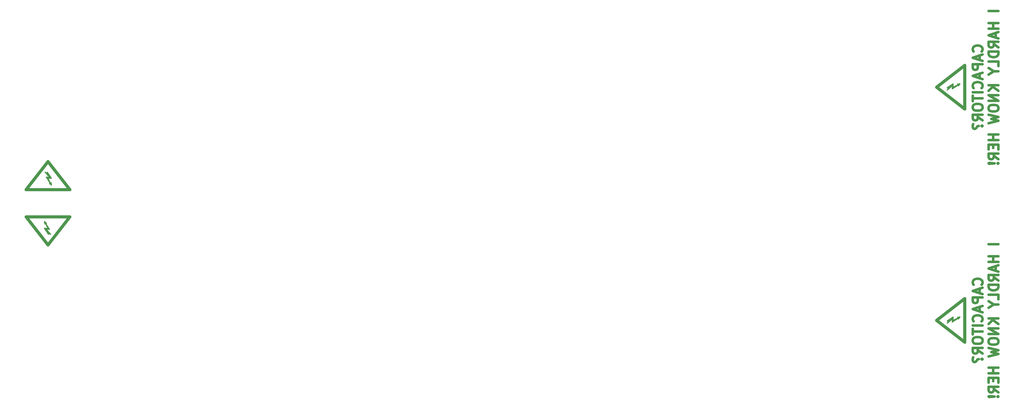
<source format=gbo>
G04 #@! TF.GenerationSoftware,KiCad,Pcbnew,7.0.7*
G04 #@! TF.CreationDate,2024-02-27T11:45:06-06:00*
G04 #@! TF.ProjectId,CapBankBreakout,43617042-616e-46b4-9272-65616b6f7574,rev?*
G04 #@! TF.SameCoordinates,Original*
G04 #@! TF.FileFunction,Legend,Bot*
G04 #@! TF.FilePolarity,Positive*
%FSLAX46Y46*%
G04 Gerber Fmt 4.6, Leading zero omitted, Abs format (unit mm)*
G04 Created by KiCad (PCBNEW 7.0.7) date 2024-02-27 11:45:06*
%MOMM*%
%LPD*%
G01*
G04 APERTURE LIST*
%ADD10C,1.000000*%
%ADD11C,0.100000*%
%ADD12C,1.270000*%
%ADD13C,0.381000*%
%ADD14R,18.288000X18.288000*%
%ADD15C,0.500000*%
%ADD16R,2.082800X2.082800*%
%ADD17C,2.082800*%
G04 APERTURE END LIST*
D10*
X515137523Y-230523810D02*
X515328000Y-230333334D01*
X515328000Y-230333334D02*
X515518476Y-229761905D01*
X515518476Y-229761905D02*
X515518476Y-229380953D01*
X515518476Y-229380953D02*
X515328000Y-228809524D01*
X515328000Y-228809524D02*
X514947047Y-228428572D01*
X514947047Y-228428572D02*
X514566095Y-228238095D01*
X514566095Y-228238095D02*
X513804190Y-228047619D01*
X513804190Y-228047619D02*
X513232761Y-228047619D01*
X513232761Y-228047619D02*
X512470857Y-228238095D01*
X512470857Y-228238095D02*
X512089904Y-228428572D01*
X512089904Y-228428572D02*
X511708952Y-228809524D01*
X511708952Y-228809524D02*
X511518476Y-229380953D01*
X511518476Y-229380953D02*
X511518476Y-229761905D01*
X511518476Y-229761905D02*
X511708952Y-230333334D01*
X511708952Y-230333334D02*
X511899428Y-230523810D01*
X514375619Y-232047619D02*
X514375619Y-233952381D01*
X515518476Y-231666667D02*
X511518476Y-233000000D01*
X511518476Y-233000000D02*
X515518476Y-234333334D01*
X515518476Y-235666666D02*
X511518476Y-235666666D01*
X511518476Y-235666666D02*
X511518476Y-237190476D01*
X511518476Y-237190476D02*
X511708952Y-237571428D01*
X511708952Y-237571428D02*
X511899428Y-237761905D01*
X511899428Y-237761905D02*
X512280380Y-237952381D01*
X512280380Y-237952381D02*
X512851809Y-237952381D01*
X512851809Y-237952381D02*
X513232761Y-237761905D01*
X513232761Y-237761905D02*
X513423238Y-237571428D01*
X513423238Y-237571428D02*
X513613714Y-237190476D01*
X513613714Y-237190476D02*
X513613714Y-235666666D01*
X514375619Y-239476190D02*
X514375619Y-241380952D01*
X515518476Y-239095238D02*
X511518476Y-240428571D01*
X511518476Y-240428571D02*
X515518476Y-241761905D01*
X515137523Y-245380952D02*
X515328000Y-245190476D01*
X515328000Y-245190476D02*
X515518476Y-244619047D01*
X515518476Y-244619047D02*
X515518476Y-244238095D01*
X515518476Y-244238095D02*
X515328000Y-243666666D01*
X515328000Y-243666666D02*
X514947047Y-243285714D01*
X514947047Y-243285714D02*
X514566095Y-243095237D01*
X514566095Y-243095237D02*
X513804190Y-242904761D01*
X513804190Y-242904761D02*
X513232761Y-242904761D01*
X513232761Y-242904761D02*
X512470857Y-243095237D01*
X512470857Y-243095237D02*
X512089904Y-243285714D01*
X512089904Y-243285714D02*
X511708952Y-243666666D01*
X511708952Y-243666666D02*
X511518476Y-244238095D01*
X511518476Y-244238095D02*
X511518476Y-244619047D01*
X511518476Y-244619047D02*
X511708952Y-245190476D01*
X511708952Y-245190476D02*
X511899428Y-245380952D01*
X515518476Y-247095237D02*
X511518476Y-247095237D01*
X511518476Y-248428571D02*
X511518476Y-250714285D01*
X515518476Y-249571428D02*
X511518476Y-249571428D01*
X511518476Y-252809523D02*
X511518476Y-253571428D01*
X511518476Y-253571428D02*
X511708952Y-253952380D01*
X511708952Y-253952380D02*
X512089904Y-254333333D01*
X512089904Y-254333333D02*
X512851809Y-254523809D01*
X512851809Y-254523809D02*
X514185142Y-254523809D01*
X514185142Y-254523809D02*
X514947047Y-254333333D01*
X514947047Y-254333333D02*
X515328000Y-253952380D01*
X515328000Y-253952380D02*
X515518476Y-253571428D01*
X515518476Y-253571428D02*
X515518476Y-252809523D01*
X515518476Y-252809523D02*
X515328000Y-252428571D01*
X515328000Y-252428571D02*
X514947047Y-252047618D01*
X514947047Y-252047618D02*
X514185142Y-251857142D01*
X514185142Y-251857142D02*
X512851809Y-251857142D01*
X512851809Y-251857142D02*
X512089904Y-252047618D01*
X512089904Y-252047618D02*
X511708952Y-252428571D01*
X511708952Y-252428571D02*
X511518476Y-252809523D01*
X515518476Y-258523809D02*
X513613714Y-257190475D01*
X515518476Y-256238094D02*
X511518476Y-256238094D01*
X511518476Y-256238094D02*
X511518476Y-257761904D01*
X511518476Y-257761904D02*
X511708952Y-258142856D01*
X511708952Y-258142856D02*
X511899428Y-258333333D01*
X511899428Y-258333333D02*
X512280380Y-258523809D01*
X512280380Y-258523809D02*
X512851809Y-258523809D01*
X512851809Y-258523809D02*
X513232761Y-258333333D01*
X513232761Y-258333333D02*
X513423238Y-258142856D01*
X513423238Y-258142856D02*
X513613714Y-257761904D01*
X513613714Y-257761904D02*
X513613714Y-256238094D01*
X515137523Y-260809523D02*
X515328000Y-260999999D01*
X515328000Y-260999999D02*
X515518476Y-260809523D01*
X515518476Y-260809523D02*
X515328000Y-260619047D01*
X515328000Y-260619047D02*
X515137523Y-260809523D01*
X515137523Y-260809523D02*
X515518476Y-260809523D01*
X511708952Y-260047618D02*
X511518476Y-260428571D01*
X511518476Y-260428571D02*
X511518476Y-261380952D01*
X511518476Y-261380952D02*
X511708952Y-261761904D01*
X511708952Y-261761904D02*
X512089904Y-261952380D01*
X512089904Y-261952380D02*
X512470857Y-261952380D01*
X512470857Y-261952380D02*
X512851809Y-261761904D01*
X512851809Y-261761904D02*
X513042285Y-261571428D01*
X513042285Y-261571428D02*
X513232761Y-261190475D01*
X513232761Y-261190475D02*
X513423238Y-260999999D01*
X513423238Y-260999999D02*
X513804190Y-260809523D01*
X513804190Y-260809523D02*
X513994666Y-260809523D01*
X521958476Y-213952381D02*
X517958476Y-213952381D01*
X521958476Y-218904762D02*
X517958476Y-218904762D01*
X519863238Y-218904762D02*
X519863238Y-221190477D01*
X521958476Y-221190477D02*
X517958476Y-221190477D01*
X520815619Y-222904762D02*
X520815619Y-224809524D01*
X521958476Y-222523810D02*
X517958476Y-223857143D01*
X517958476Y-223857143D02*
X521958476Y-225190477D01*
X521958476Y-228809524D02*
X520053714Y-227476190D01*
X521958476Y-226523809D02*
X517958476Y-226523809D01*
X517958476Y-226523809D02*
X517958476Y-228047619D01*
X517958476Y-228047619D02*
X518148952Y-228428571D01*
X518148952Y-228428571D02*
X518339428Y-228619048D01*
X518339428Y-228619048D02*
X518720380Y-228809524D01*
X518720380Y-228809524D02*
X519291809Y-228809524D01*
X519291809Y-228809524D02*
X519672761Y-228619048D01*
X519672761Y-228619048D02*
X519863238Y-228428571D01*
X519863238Y-228428571D02*
X520053714Y-228047619D01*
X520053714Y-228047619D02*
X520053714Y-226523809D01*
X521958476Y-230523809D02*
X517958476Y-230523809D01*
X517958476Y-230523809D02*
X517958476Y-231476190D01*
X517958476Y-231476190D02*
X518148952Y-232047619D01*
X518148952Y-232047619D02*
X518529904Y-232428571D01*
X518529904Y-232428571D02*
X518910857Y-232619048D01*
X518910857Y-232619048D02*
X519672761Y-232809524D01*
X519672761Y-232809524D02*
X520244190Y-232809524D01*
X520244190Y-232809524D02*
X521006095Y-232619048D01*
X521006095Y-232619048D02*
X521387047Y-232428571D01*
X521387047Y-232428571D02*
X521768000Y-232047619D01*
X521768000Y-232047619D02*
X521958476Y-231476190D01*
X521958476Y-231476190D02*
X521958476Y-230523809D01*
X521958476Y-236428571D02*
X521958476Y-234523809D01*
X521958476Y-234523809D02*
X517958476Y-234523809D01*
X520053714Y-238523809D02*
X521958476Y-238523809D01*
X517958476Y-237190476D02*
X520053714Y-238523809D01*
X520053714Y-238523809D02*
X517958476Y-239857143D01*
X521958476Y-244238094D02*
X517958476Y-244238094D01*
X521958476Y-246523809D02*
X519672761Y-244809523D01*
X517958476Y-246523809D02*
X520244190Y-244238094D01*
X521958476Y-248238094D02*
X517958476Y-248238094D01*
X517958476Y-248238094D02*
X521958476Y-250523809D01*
X521958476Y-250523809D02*
X517958476Y-250523809D01*
X517958476Y-253190475D02*
X517958476Y-253952380D01*
X517958476Y-253952380D02*
X518148952Y-254333332D01*
X518148952Y-254333332D02*
X518529904Y-254714285D01*
X518529904Y-254714285D02*
X519291809Y-254904761D01*
X519291809Y-254904761D02*
X520625142Y-254904761D01*
X520625142Y-254904761D02*
X521387047Y-254714285D01*
X521387047Y-254714285D02*
X521768000Y-254333332D01*
X521768000Y-254333332D02*
X521958476Y-253952380D01*
X521958476Y-253952380D02*
X521958476Y-253190475D01*
X521958476Y-253190475D02*
X521768000Y-252809523D01*
X521768000Y-252809523D02*
X521387047Y-252428570D01*
X521387047Y-252428570D02*
X520625142Y-252238094D01*
X520625142Y-252238094D02*
X519291809Y-252238094D01*
X519291809Y-252238094D02*
X518529904Y-252428570D01*
X518529904Y-252428570D02*
X518148952Y-252809523D01*
X518148952Y-252809523D02*
X517958476Y-253190475D01*
X517958476Y-256238094D02*
X521958476Y-257190475D01*
X521958476Y-257190475D02*
X519101333Y-257952380D01*
X519101333Y-257952380D02*
X521958476Y-258714285D01*
X521958476Y-258714285D02*
X517958476Y-259666666D01*
X521958476Y-264238094D02*
X517958476Y-264238094D01*
X519863238Y-264238094D02*
X519863238Y-266523809D01*
X521958476Y-266523809D02*
X517958476Y-266523809D01*
X519863238Y-268428570D02*
X519863238Y-269761904D01*
X521958476Y-270333332D02*
X521958476Y-268428570D01*
X521958476Y-268428570D02*
X517958476Y-268428570D01*
X517958476Y-268428570D02*
X517958476Y-270333332D01*
X521958476Y-274333333D02*
X520053714Y-272999999D01*
X521958476Y-272047618D02*
X517958476Y-272047618D01*
X517958476Y-272047618D02*
X517958476Y-273571428D01*
X517958476Y-273571428D02*
X518148952Y-273952380D01*
X518148952Y-273952380D02*
X518339428Y-274142857D01*
X518339428Y-274142857D02*
X518720380Y-274333333D01*
X518720380Y-274333333D02*
X519291809Y-274333333D01*
X519291809Y-274333333D02*
X519672761Y-274142857D01*
X519672761Y-274142857D02*
X519863238Y-273952380D01*
X519863238Y-273952380D02*
X520053714Y-273571428D01*
X520053714Y-273571428D02*
X520053714Y-272047618D01*
X521577523Y-276047618D02*
X521768000Y-276238095D01*
X521768000Y-276238095D02*
X521958476Y-276047618D01*
X521958476Y-276047618D02*
X521768000Y-275857142D01*
X521768000Y-275857142D02*
X521577523Y-276047618D01*
X521577523Y-276047618D02*
X521958476Y-276047618D01*
X520434666Y-276047618D02*
X518148952Y-275857142D01*
X518148952Y-275857142D02*
X517958476Y-276047618D01*
X517958476Y-276047618D02*
X518148952Y-276238095D01*
X518148952Y-276238095D02*
X520434666Y-276047618D01*
X520434666Y-276047618D02*
X517958476Y-276047618D01*
X515137523Y-135523810D02*
X515328000Y-135333334D01*
X515328000Y-135333334D02*
X515518476Y-134761905D01*
X515518476Y-134761905D02*
X515518476Y-134380953D01*
X515518476Y-134380953D02*
X515328000Y-133809524D01*
X515328000Y-133809524D02*
X514947047Y-133428572D01*
X514947047Y-133428572D02*
X514566095Y-133238095D01*
X514566095Y-133238095D02*
X513804190Y-133047619D01*
X513804190Y-133047619D02*
X513232761Y-133047619D01*
X513232761Y-133047619D02*
X512470857Y-133238095D01*
X512470857Y-133238095D02*
X512089904Y-133428572D01*
X512089904Y-133428572D02*
X511708952Y-133809524D01*
X511708952Y-133809524D02*
X511518476Y-134380953D01*
X511518476Y-134380953D02*
X511518476Y-134761905D01*
X511518476Y-134761905D02*
X511708952Y-135333334D01*
X511708952Y-135333334D02*
X511899428Y-135523810D01*
X514375619Y-137047619D02*
X514375619Y-138952381D01*
X515518476Y-136666667D02*
X511518476Y-138000000D01*
X511518476Y-138000000D02*
X515518476Y-139333334D01*
X515518476Y-140666666D02*
X511518476Y-140666666D01*
X511518476Y-140666666D02*
X511518476Y-142190476D01*
X511518476Y-142190476D02*
X511708952Y-142571428D01*
X511708952Y-142571428D02*
X511899428Y-142761905D01*
X511899428Y-142761905D02*
X512280380Y-142952381D01*
X512280380Y-142952381D02*
X512851809Y-142952381D01*
X512851809Y-142952381D02*
X513232761Y-142761905D01*
X513232761Y-142761905D02*
X513423238Y-142571428D01*
X513423238Y-142571428D02*
X513613714Y-142190476D01*
X513613714Y-142190476D02*
X513613714Y-140666666D01*
X514375619Y-144476190D02*
X514375619Y-146380952D01*
X515518476Y-144095238D02*
X511518476Y-145428571D01*
X511518476Y-145428571D02*
X515518476Y-146761905D01*
X515137523Y-150380952D02*
X515328000Y-150190476D01*
X515328000Y-150190476D02*
X515518476Y-149619047D01*
X515518476Y-149619047D02*
X515518476Y-149238095D01*
X515518476Y-149238095D02*
X515328000Y-148666666D01*
X515328000Y-148666666D02*
X514947047Y-148285714D01*
X514947047Y-148285714D02*
X514566095Y-148095237D01*
X514566095Y-148095237D02*
X513804190Y-147904761D01*
X513804190Y-147904761D02*
X513232761Y-147904761D01*
X513232761Y-147904761D02*
X512470857Y-148095237D01*
X512470857Y-148095237D02*
X512089904Y-148285714D01*
X512089904Y-148285714D02*
X511708952Y-148666666D01*
X511708952Y-148666666D02*
X511518476Y-149238095D01*
X511518476Y-149238095D02*
X511518476Y-149619047D01*
X511518476Y-149619047D02*
X511708952Y-150190476D01*
X511708952Y-150190476D02*
X511899428Y-150380952D01*
X515518476Y-152095237D02*
X511518476Y-152095237D01*
X511518476Y-153428571D02*
X511518476Y-155714285D01*
X515518476Y-154571428D02*
X511518476Y-154571428D01*
X511518476Y-157809523D02*
X511518476Y-158571428D01*
X511518476Y-158571428D02*
X511708952Y-158952380D01*
X511708952Y-158952380D02*
X512089904Y-159333333D01*
X512089904Y-159333333D02*
X512851809Y-159523809D01*
X512851809Y-159523809D02*
X514185142Y-159523809D01*
X514185142Y-159523809D02*
X514947047Y-159333333D01*
X514947047Y-159333333D02*
X515328000Y-158952380D01*
X515328000Y-158952380D02*
X515518476Y-158571428D01*
X515518476Y-158571428D02*
X515518476Y-157809523D01*
X515518476Y-157809523D02*
X515328000Y-157428571D01*
X515328000Y-157428571D02*
X514947047Y-157047618D01*
X514947047Y-157047618D02*
X514185142Y-156857142D01*
X514185142Y-156857142D02*
X512851809Y-156857142D01*
X512851809Y-156857142D02*
X512089904Y-157047618D01*
X512089904Y-157047618D02*
X511708952Y-157428571D01*
X511708952Y-157428571D02*
X511518476Y-157809523D01*
X515518476Y-163523809D02*
X513613714Y-162190475D01*
X515518476Y-161238094D02*
X511518476Y-161238094D01*
X511518476Y-161238094D02*
X511518476Y-162761904D01*
X511518476Y-162761904D02*
X511708952Y-163142856D01*
X511708952Y-163142856D02*
X511899428Y-163333333D01*
X511899428Y-163333333D02*
X512280380Y-163523809D01*
X512280380Y-163523809D02*
X512851809Y-163523809D01*
X512851809Y-163523809D02*
X513232761Y-163333333D01*
X513232761Y-163333333D02*
X513423238Y-163142856D01*
X513423238Y-163142856D02*
X513613714Y-162761904D01*
X513613714Y-162761904D02*
X513613714Y-161238094D01*
X515137523Y-165809523D02*
X515328000Y-165999999D01*
X515328000Y-165999999D02*
X515518476Y-165809523D01*
X515518476Y-165809523D02*
X515328000Y-165619047D01*
X515328000Y-165619047D02*
X515137523Y-165809523D01*
X515137523Y-165809523D02*
X515518476Y-165809523D01*
X511708952Y-165047618D02*
X511518476Y-165428571D01*
X511518476Y-165428571D02*
X511518476Y-166380952D01*
X511518476Y-166380952D02*
X511708952Y-166761904D01*
X511708952Y-166761904D02*
X512089904Y-166952380D01*
X512089904Y-166952380D02*
X512470857Y-166952380D01*
X512470857Y-166952380D02*
X512851809Y-166761904D01*
X512851809Y-166761904D02*
X513042285Y-166571428D01*
X513042285Y-166571428D02*
X513232761Y-166190475D01*
X513232761Y-166190475D02*
X513423238Y-165999999D01*
X513423238Y-165999999D02*
X513804190Y-165809523D01*
X513804190Y-165809523D02*
X513994666Y-165809523D01*
X521958476Y-118952381D02*
X517958476Y-118952381D01*
X521958476Y-123904762D02*
X517958476Y-123904762D01*
X519863238Y-123904762D02*
X519863238Y-126190477D01*
X521958476Y-126190477D02*
X517958476Y-126190477D01*
X520815619Y-127904762D02*
X520815619Y-129809524D01*
X521958476Y-127523810D02*
X517958476Y-128857143D01*
X517958476Y-128857143D02*
X521958476Y-130190477D01*
X521958476Y-133809524D02*
X520053714Y-132476190D01*
X521958476Y-131523809D02*
X517958476Y-131523809D01*
X517958476Y-131523809D02*
X517958476Y-133047619D01*
X517958476Y-133047619D02*
X518148952Y-133428571D01*
X518148952Y-133428571D02*
X518339428Y-133619048D01*
X518339428Y-133619048D02*
X518720380Y-133809524D01*
X518720380Y-133809524D02*
X519291809Y-133809524D01*
X519291809Y-133809524D02*
X519672761Y-133619048D01*
X519672761Y-133619048D02*
X519863238Y-133428571D01*
X519863238Y-133428571D02*
X520053714Y-133047619D01*
X520053714Y-133047619D02*
X520053714Y-131523809D01*
X521958476Y-135523809D02*
X517958476Y-135523809D01*
X517958476Y-135523809D02*
X517958476Y-136476190D01*
X517958476Y-136476190D02*
X518148952Y-137047619D01*
X518148952Y-137047619D02*
X518529904Y-137428571D01*
X518529904Y-137428571D02*
X518910857Y-137619048D01*
X518910857Y-137619048D02*
X519672761Y-137809524D01*
X519672761Y-137809524D02*
X520244190Y-137809524D01*
X520244190Y-137809524D02*
X521006095Y-137619048D01*
X521006095Y-137619048D02*
X521387047Y-137428571D01*
X521387047Y-137428571D02*
X521768000Y-137047619D01*
X521768000Y-137047619D02*
X521958476Y-136476190D01*
X521958476Y-136476190D02*
X521958476Y-135523809D01*
X521958476Y-141428571D02*
X521958476Y-139523809D01*
X521958476Y-139523809D02*
X517958476Y-139523809D01*
X520053714Y-143523809D02*
X521958476Y-143523809D01*
X517958476Y-142190476D02*
X520053714Y-143523809D01*
X520053714Y-143523809D02*
X517958476Y-144857143D01*
X521958476Y-149238094D02*
X517958476Y-149238094D01*
X521958476Y-151523809D02*
X519672761Y-149809523D01*
X517958476Y-151523809D02*
X520244190Y-149238094D01*
X521958476Y-153238094D02*
X517958476Y-153238094D01*
X517958476Y-153238094D02*
X521958476Y-155523809D01*
X521958476Y-155523809D02*
X517958476Y-155523809D01*
X517958476Y-158190475D02*
X517958476Y-158952380D01*
X517958476Y-158952380D02*
X518148952Y-159333332D01*
X518148952Y-159333332D02*
X518529904Y-159714285D01*
X518529904Y-159714285D02*
X519291809Y-159904761D01*
X519291809Y-159904761D02*
X520625142Y-159904761D01*
X520625142Y-159904761D02*
X521387047Y-159714285D01*
X521387047Y-159714285D02*
X521768000Y-159333332D01*
X521768000Y-159333332D02*
X521958476Y-158952380D01*
X521958476Y-158952380D02*
X521958476Y-158190475D01*
X521958476Y-158190475D02*
X521768000Y-157809523D01*
X521768000Y-157809523D02*
X521387047Y-157428570D01*
X521387047Y-157428570D02*
X520625142Y-157238094D01*
X520625142Y-157238094D02*
X519291809Y-157238094D01*
X519291809Y-157238094D02*
X518529904Y-157428570D01*
X518529904Y-157428570D02*
X518148952Y-157809523D01*
X518148952Y-157809523D02*
X517958476Y-158190475D01*
X517958476Y-161238094D02*
X521958476Y-162190475D01*
X521958476Y-162190475D02*
X519101333Y-162952380D01*
X519101333Y-162952380D02*
X521958476Y-163714285D01*
X521958476Y-163714285D02*
X517958476Y-164666666D01*
X521958476Y-169238094D02*
X517958476Y-169238094D01*
X519863238Y-169238094D02*
X519863238Y-171523809D01*
X521958476Y-171523809D02*
X517958476Y-171523809D01*
X519863238Y-173428570D02*
X519863238Y-174761904D01*
X521958476Y-175333332D02*
X521958476Y-173428570D01*
X521958476Y-173428570D02*
X517958476Y-173428570D01*
X517958476Y-173428570D02*
X517958476Y-175333332D01*
X521958476Y-179333333D02*
X520053714Y-177999999D01*
X521958476Y-177047618D02*
X517958476Y-177047618D01*
X517958476Y-177047618D02*
X517958476Y-178571428D01*
X517958476Y-178571428D02*
X518148952Y-178952380D01*
X518148952Y-178952380D02*
X518339428Y-179142857D01*
X518339428Y-179142857D02*
X518720380Y-179333333D01*
X518720380Y-179333333D02*
X519291809Y-179333333D01*
X519291809Y-179333333D02*
X519672761Y-179142857D01*
X519672761Y-179142857D02*
X519863238Y-178952380D01*
X519863238Y-178952380D02*
X520053714Y-178571428D01*
X520053714Y-178571428D02*
X520053714Y-177047618D01*
X521577523Y-181047618D02*
X521768000Y-181238095D01*
X521768000Y-181238095D02*
X521958476Y-181047618D01*
X521958476Y-181047618D02*
X521768000Y-180857142D01*
X521768000Y-180857142D02*
X521577523Y-181047618D01*
X521577523Y-181047618D02*
X521958476Y-181047618D01*
X520434666Y-181047618D02*
X518148952Y-180857142D01*
X518148952Y-180857142D02*
X517958476Y-181047618D01*
X517958476Y-181047618D02*
X518148952Y-181238095D01*
X518148952Y-181238095D02*
X520434666Y-181047618D01*
X520434666Y-181047618D02*
X517958476Y-181047618D01*
D11*
X134166666Y-202327580D02*
X133833333Y-202803771D01*
X133595238Y-202327580D02*
X133595238Y-203327580D01*
X133595238Y-203327580D02*
X133976190Y-203327580D01*
X133976190Y-203327580D02*
X134071428Y-203279961D01*
X134071428Y-203279961D02*
X134119047Y-203232342D01*
X134119047Y-203232342D02*
X134166666Y-203137104D01*
X134166666Y-203137104D02*
X134166666Y-202994247D01*
X134166666Y-202994247D02*
X134119047Y-202899009D01*
X134119047Y-202899009D02*
X134071428Y-202851390D01*
X134071428Y-202851390D02*
X133976190Y-202803771D01*
X133976190Y-202803771D02*
X133595238Y-202803771D01*
X134595238Y-202851390D02*
X134928571Y-202851390D01*
X135071428Y-202327580D02*
X134595238Y-202327580D01*
X134595238Y-202327580D02*
X134595238Y-203327580D01*
X134595238Y-203327580D02*
X135071428Y-203327580D01*
X135833333Y-202851390D02*
X135500000Y-202851390D01*
X135500000Y-202327580D02*
X135500000Y-203327580D01*
X135500000Y-203327580D02*
X135976190Y-203327580D01*
X136500000Y-203327580D02*
X136500000Y-203089485D01*
X136261905Y-203184723D02*
X136500000Y-203089485D01*
X136500000Y-203089485D02*
X136738095Y-203184723D01*
X136357143Y-202899009D02*
X136500000Y-203089485D01*
X136500000Y-203089485D02*
X136642857Y-202899009D01*
X137261905Y-203327580D02*
X137261905Y-203089485D01*
X137023810Y-203184723D02*
X137261905Y-203089485D01*
X137261905Y-203089485D02*
X137500000Y-203184723D01*
X137119048Y-202899009D02*
X137261905Y-203089485D01*
X137261905Y-203089485D02*
X137404762Y-202899009D01*
X508672419Y-148666666D02*
X508196228Y-148333333D01*
X508672419Y-148095238D02*
X507672419Y-148095238D01*
X507672419Y-148095238D02*
X507672419Y-148476190D01*
X507672419Y-148476190D02*
X507720038Y-148571428D01*
X507720038Y-148571428D02*
X507767657Y-148619047D01*
X507767657Y-148619047D02*
X507862895Y-148666666D01*
X507862895Y-148666666D02*
X508005752Y-148666666D01*
X508005752Y-148666666D02*
X508100990Y-148619047D01*
X508100990Y-148619047D02*
X508148609Y-148571428D01*
X508148609Y-148571428D02*
X508196228Y-148476190D01*
X508196228Y-148476190D02*
X508196228Y-148095238D01*
X508148609Y-149095238D02*
X508148609Y-149428571D01*
X508672419Y-149571428D02*
X508672419Y-149095238D01*
X508672419Y-149095238D02*
X507672419Y-149095238D01*
X507672419Y-149095238D02*
X507672419Y-149571428D01*
X508148609Y-150333333D02*
X508148609Y-150000000D01*
X508672419Y-150000000D02*
X507672419Y-150000000D01*
X507672419Y-150000000D02*
X507672419Y-150476190D01*
X507672419Y-151000000D02*
X507910514Y-151000000D01*
X507815276Y-150761905D02*
X507910514Y-151000000D01*
X507910514Y-151000000D02*
X507815276Y-151238095D01*
X508100990Y-150857143D02*
X507910514Y-151000000D01*
X507910514Y-151000000D02*
X508100990Y-151142857D01*
X507672419Y-151761905D02*
X507910514Y-151761905D01*
X507815276Y-151523810D02*
X507910514Y-151761905D01*
X507910514Y-151761905D02*
X507815276Y-152000000D01*
X508100990Y-151619048D02*
X507910514Y-151761905D01*
X507910514Y-151761905D02*
X508100990Y-151904762D01*
X136833333Y-192172419D02*
X137166666Y-191696228D01*
X137404761Y-192172419D02*
X137404761Y-191172419D01*
X137404761Y-191172419D02*
X137023809Y-191172419D01*
X137023809Y-191172419D02*
X136928571Y-191220038D01*
X136928571Y-191220038D02*
X136880952Y-191267657D01*
X136880952Y-191267657D02*
X136833333Y-191362895D01*
X136833333Y-191362895D02*
X136833333Y-191505752D01*
X136833333Y-191505752D02*
X136880952Y-191600990D01*
X136880952Y-191600990D02*
X136928571Y-191648609D01*
X136928571Y-191648609D02*
X137023809Y-191696228D01*
X137023809Y-191696228D02*
X137404761Y-191696228D01*
X136404761Y-191648609D02*
X136071428Y-191648609D01*
X135928571Y-192172419D02*
X136404761Y-192172419D01*
X136404761Y-192172419D02*
X136404761Y-191172419D01*
X136404761Y-191172419D02*
X135928571Y-191172419D01*
X135166666Y-191648609D02*
X135499999Y-191648609D01*
X135499999Y-192172419D02*
X135499999Y-191172419D01*
X135499999Y-191172419D02*
X135023809Y-191172419D01*
X134499999Y-191172419D02*
X134499999Y-191410514D01*
X134738094Y-191315276D02*
X134499999Y-191410514D01*
X134499999Y-191410514D02*
X134261904Y-191315276D01*
X134642856Y-191600990D02*
X134499999Y-191410514D01*
X134499999Y-191410514D02*
X134357142Y-191600990D01*
X133738094Y-191172419D02*
X133738094Y-191410514D01*
X133976189Y-191315276D02*
X133738094Y-191410514D01*
X133738094Y-191410514D02*
X133499999Y-191315276D01*
X133880951Y-191600990D02*
X133738094Y-191410514D01*
X133738094Y-191410514D02*
X133595237Y-191600990D01*
X508672419Y-243666666D02*
X508196228Y-243333333D01*
X508672419Y-243095238D02*
X507672419Y-243095238D01*
X507672419Y-243095238D02*
X507672419Y-243476190D01*
X507672419Y-243476190D02*
X507720038Y-243571428D01*
X507720038Y-243571428D02*
X507767657Y-243619047D01*
X507767657Y-243619047D02*
X507862895Y-243666666D01*
X507862895Y-243666666D02*
X508005752Y-243666666D01*
X508005752Y-243666666D02*
X508100990Y-243619047D01*
X508100990Y-243619047D02*
X508148609Y-243571428D01*
X508148609Y-243571428D02*
X508196228Y-243476190D01*
X508196228Y-243476190D02*
X508196228Y-243095238D01*
X508148609Y-244095238D02*
X508148609Y-244428571D01*
X508672419Y-244571428D02*
X508672419Y-244095238D01*
X508672419Y-244095238D02*
X507672419Y-244095238D01*
X507672419Y-244095238D02*
X507672419Y-244571428D01*
X508148609Y-245333333D02*
X508148609Y-245000000D01*
X508672419Y-245000000D02*
X507672419Y-245000000D01*
X507672419Y-245000000D02*
X507672419Y-245476190D01*
X507672419Y-246000000D02*
X507910514Y-246000000D01*
X507815276Y-245761905D02*
X507910514Y-246000000D01*
X507910514Y-246000000D02*
X507815276Y-246238095D01*
X508100990Y-245857143D02*
X507910514Y-246000000D01*
X507910514Y-246000000D02*
X508100990Y-246142857D01*
X507672419Y-246761905D02*
X507910514Y-246761905D01*
X507815276Y-246523810D02*
X507910514Y-246761905D01*
X507910514Y-246761905D02*
X507815276Y-247000000D01*
X508100990Y-246619048D02*
X507910514Y-246761905D01*
X507910514Y-246761905D02*
X508100990Y-246904762D01*
D12*
X126610000Y-202785000D02*
X135500000Y-214215000D01*
D13*
X134103000Y-204690000D02*
X134865000Y-205325000D01*
X134103000Y-207484000D02*
X135500000Y-207484000D01*
X134230000Y-205706000D02*
X134103000Y-204690000D01*
X134357000Y-205071000D02*
X136135000Y-207865000D01*
X134357000Y-205198000D02*
X134230000Y-205706000D01*
X134484000Y-207611000D02*
X135754000Y-207611000D01*
X134865000Y-205325000D02*
X134357000Y-205071000D01*
X134865000Y-207865000D02*
X136643000Y-209897000D01*
X135500000Y-207484000D02*
X134357000Y-205198000D01*
D12*
X135500000Y-214215000D02*
X144390000Y-202785000D01*
D13*
X135627000Y-209770000D02*
X134103000Y-207484000D01*
X135881000Y-209389000D02*
X135754000Y-209897000D01*
X135881000Y-209516000D02*
X134484000Y-207611000D01*
X136135000Y-207865000D02*
X134865000Y-207865000D01*
X136643000Y-209897000D02*
X135881000Y-209389000D01*
D12*
X144390000Y-202785000D02*
X126610000Y-202785000D01*
X508215000Y-141110000D02*
X496785000Y-150000000D01*
D13*
X506310000Y-148603000D02*
X505675000Y-149365000D01*
X503516000Y-148603000D02*
X503516000Y-150000000D01*
X505294000Y-148730000D02*
X506310000Y-148603000D01*
X505929000Y-148857000D02*
X503135000Y-150635000D01*
X505802000Y-148857000D02*
X505294000Y-148730000D01*
X503389000Y-148984000D02*
X503389000Y-150254000D01*
X505675000Y-149365000D02*
X505929000Y-148857000D01*
X503135000Y-149365000D02*
X501103000Y-151143000D01*
X503516000Y-150000000D02*
X505802000Y-148857000D01*
D12*
X496785000Y-150000000D02*
X508215000Y-158890000D01*
D13*
X501230000Y-150127000D02*
X503516000Y-148603000D01*
X501611000Y-150381000D02*
X501103000Y-150254000D01*
X501484000Y-150381000D02*
X503389000Y-148984000D01*
X503135000Y-150635000D02*
X503135000Y-149365000D01*
X501103000Y-151143000D02*
X501611000Y-150381000D01*
D12*
X508215000Y-158890000D02*
X508215000Y-141110000D01*
X144390000Y-191715000D02*
X135500000Y-180285000D01*
D13*
X136897000Y-189810000D02*
X136135000Y-189175000D01*
X136897000Y-187016000D02*
X135500000Y-187016000D01*
X136770000Y-188794000D02*
X136897000Y-189810000D01*
X136643000Y-189429000D02*
X134865000Y-186635000D01*
X136643000Y-189302000D02*
X136770000Y-188794000D01*
X136516000Y-186889000D02*
X135246000Y-186889000D01*
X136135000Y-189175000D02*
X136643000Y-189429000D01*
X136135000Y-186635000D02*
X134357000Y-184603000D01*
X135500000Y-187016000D02*
X136643000Y-189302000D01*
D12*
X135500000Y-180285000D02*
X126610000Y-191715000D01*
D13*
X135373000Y-184730000D02*
X136897000Y-187016000D01*
X135119000Y-185111000D02*
X135246000Y-184603000D01*
X135119000Y-184984000D02*
X136516000Y-186889000D01*
X134865000Y-186635000D02*
X136135000Y-186635000D01*
X134357000Y-184603000D02*
X135119000Y-185111000D01*
D12*
X126610000Y-191715000D02*
X144390000Y-191715000D01*
X508215000Y-236110000D02*
X496785000Y-245000000D01*
D13*
X506310000Y-243603000D02*
X505675000Y-244365000D01*
X503516000Y-243603000D02*
X503516000Y-245000000D01*
X505294000Y-243730000D02*
X506310000Y-243603000D01*
X505929000Y-243857000D02*
X503135000Y-245635000D01*
X505802000Y-243857000D02*
X505294000Y-243730000D01*
X503389000Y-243984000D02*
X503389000Y-245254000D01*
X505675000Y-244365000D02*
X505929000Y-243857000D01*
X503135000Y-244365000D02*
X501103000Y-246143000D01*
X503516000Y-245000000D02*
X505802000Y-243857000D01*
D12*
X496785000Y-245000000D02*
X508215000Y-253890000D01*
D13*
X501230000Y-245127000D02*
X503516000Y-243603000D01*
X501611000Y-245381000D02*
X501103000Y-245254000D01*
X501484000Y-245381000D02*
X503389000Y-243984000D01*
X503135000Y-245635000D02*
X503135000Y-244365000D01*
X501103000Y-246143000D02*
X501611000Y-245381000D01*
D12*
X508215000Y-253890000D02*
X508215000Y-236110000D01*
%LPC*%
D14*
X135585000Y-168965000D03*
D15*
X341250000Y-195000000D03*
X341250000Y-200000000D03*
X342000000Y-195000000D03*
X342000000Y-195000000D03*
X342000000Y-200000000D03*
X342000000Y-200000000D03*
X342750000Y-195000000D03*
X342750000Y-200000000D03*
X343500000Y-195000000D03*
X343500000Y-200000000D03*
X344250000Y-195000000D03*
X344250000Y-200000000D03*
X345000000Y-195000000D03*
X345000000Y-200000000D03*
X345750000Y-195000000D03*
X345750000Y-200000000D03*
X346500000Y-195000000D03*
X346500000Y-200000000D03*
X347250000Y-195000000D03*
X347250000Y-200000000D03*
X348000000Y-195000000D03*
X348000000Y-200000000D03*
X348750000Y-195000000D03*
X348750000Y-200000000D03*
D16*
X216994998Y-180175709D03*
D17*
X216994998Y-157675709D03*
X226737784Y-174550709D03*
X207252212Y-174550709D03*
D16*
X414927000Y-275457559D03*
D17*
X414927000Y-252957559D03*
X424669786Y-269832559D03*
X405184214Y-269832559D03*
D16*
X282927000Y-275457559D03*
D17*
X282927000Y-252957559D03*
X292669786Y-269832559D03*
X273184214Y-269832559D03*
D16*
X349130000Y-214649968D03*
D17*
X349130000Y-237149968D03*
X339387214Y-220274968D03*
X358872786Y-220274968D03*
D16*
X282994998Y-119495409D03*
D17*
X282994998Y-141995409D03*
X273252212Y-125120409D03*
X292737784Y-125120409D03*
D15*
X146250000Y-200000000D03*
X146250000Y-195000000D03*
X145500000Y-200000000D03*
X145500000Y-200000000D03*
X145500000Y-195000000D03*
X145500000Y-195000000D03*
X144750000Y-200000000D03*
X144750000Y-195000000D03*
X144000000Y-200000000D03*
X144000000Y-195000000D03*
X143250000Y-200000000D03*
X143250000Y-195000000D03*
X142500000Y-200000000D03*
X142500000Y-195000000D03*
X141750000Y-200000000D03*
X141750000Y-195000000D03*
X141000000Y-200000000D03*
X141000000Y-195000000D03*
X140250000Y-200000000D03*
X140250000Y-195000000D03*
X139500000Y-200000000D03*
X139500000Y-195000000D03*
X138750000Y-200000000D03*
X138750000Y-195000000D03*
D16*
X437130000Y-214649968D03*
D17*
X437130000Y-237149968D03*
X427387214Y-220274968D03*
X446872786Y-220274968D03*
D16*
X481130000Y-214649968D03*
D17*
X481130000Y-237149968D03*
X471387214Y-220274968D03*
X490872786Y-220274968D03*
D14*
X496160000Y-264027559D03*
D16*
X326898000Y-275457559D03*
D17*
X326898000Y-252957559D03*
X336640786Y-269832559D03*
X317155214Y-269832559D03*
D16*
X172994998Y-180175709D03*
D17*
X172994998Y-157675709D03*
X182737784Y-174550709D03*
X163252212Y-174550709D03*
D16*
X436994998Y-180175709D03*
D17*
X436994998Y-157675709D03*
X446737784Y-174550709D03*
X427252212Y-174550709D03*
D16*
X458994998Y-119585559D03*
D17*
X458994998Y-142085559D03*
X449252212Y-125210559D03*
X468737784Y-125210559D03*
D15*
X301250000Y-200000000D03*
X301250000Y-195000000D03*
X300500000Y-200000000D03*
X300500000Y-200000000D03*
X300500000Y-195000000D03*
X300500000Y-195000000D03*
X299750000Y-200000000D03*
X299750000Y-195000000D03*
X299000000Y-200000000D03*
X299000000Y-195000000D03*
X298250000Y-200000000D03*
X298250000Y-195000000D03*
X297500000Y-200000000D03*
X297500000Y-195000000D03*
X296750000Y-200000000D03*
X296750000Y-195000000D03*
X296000000Y-200000000D03*
X296000000Y-195000000D03*
X295250000Y-200000000D03*
X295250000Y-195000000D03*
X294500000Y-200000000D03*
X294500000Y-195000000D03*
X293750000Y-200000000D03*
X293750000Y-195000000D03*
D16*
X217130000Y-214649968D03*
D17*
X217130000Y-237149968D03*
X207387214Y-220274968D03*
X226872786Y-220274968D03*
D14*
X135480000Y-225927559D03*
D16*
X150994998Y-119495409D03*
D17*
X150994998Y-141995409D03*
X141252212Y-125120409D03*
X160737784Y-125120409D03*
D16*
X326994998Y-119495409D03*
D17*
X326994998Y-141995409D03*
X317252212Y-125120409D03*
X336737784Y-125120409D03*
D16*
X392994998Y-180085559D03*
D17*
X392994998Y-157585559D03*
X402737784Y-174460559D03*
X383252212Y-174460559D03*
D16*
X370994998Y-119585559D03*
D17*
X370994998Y-142085559D03*
X361252212Y-125210559D03*
X380737784Y-125210559D03*
D16*
X238994998Y-119495409D03*
D17*
X238994998Y-141995409D03*
X229252212Y-125120409D03*
X248737784Y-125120409D03*
D16*
X480994998Y-180175709D03*
D17*
X480994998Y-157675709D03*
X490737784Y-174550709D03*
X471252212Y-174550709D03*
D16*
X458927000Y-275457559D03*
D17*
X458927000Y-252957559D03*
X468669786Y-269832559D03*
X449184214Y-269832559D03*
D16*
X304994998Y-180175709D03*
D17*
X304994998Y-157675709D03*
X314737784Y-174550709D03*
X295252212Y-174550709D03*
D16*
X393130000Y-214649968D03*
D17*
X393130000Y-237149968D03*
X383387214Y-220274968D03*
X402872786Y-220274968D03*
D16*
X260994998Y-180175709D03*
D17*
X260994998Y-157675709D03*
X270737784Y-174550709D03*
X251252212Y-174550709D03*
D16*
X370927000Y-275457559D03*
D17*
X370927000Y-252957559D03*
X380669786Y-269832559D03*
X361184214Y-269832559D03*
D16*
X194927000Y-275457559D03*
D17*
X194927000Y-252957559D03*
X204669786Y-269832559D03*
X185184214Y-269832559D03*
D16*
X194994998Y-119495409D03*
D17*
X194994998Y-141995409D03*
X185252212Y-125120409D03*
X204737784Y-125120409D03*
D16*
X238927000Y-275457559D03*
D17*
X238927000Y-252957559D03*
X248669786Y-269832559D03*
X229184214Y-269832559D03*
D16*
X348994998Y-180175709D03*
D17*
X348994998Y-157675709D03*
X358737784Y-174550709D03*
X339252212Y-174550709D03*
D15*
X496250000Y-195000000D03*
X496250000Y-200000000D03*
X497000000Y-195000000D03*
X497000000Y-195000000D03*
X497000000Y-200000000D03*
X497000000Y-200000000D03*
X497750000Y-195000000D03*
X497750000Y-200000000D03*
X498500000Y-195000000D03*
X498500000Y-200000000D03*
X499250000Y-195000000D03*
X499250000Y-200000000D03*
X500000000Y-195000000D03*
X500000000Y-200000000D03*
X500750000Y-195000000D03*
X500750000Y-200000000D03*
X501500000Y-195000000D03*
X501500000Y-200000000D03*
X502250000Y-195000000D03*
X502250000Y-200000000D03*
X503000000Y-195000000D03*
X503000000Y-200000000D03*
X503750000Y-195000000D03*
X503750000Y-200000000D03*
D14*
X496265000Y-130865000D03*
D16*
X261130000Y-214649968D03*
D17*
X261130000Y-237149968D03*
X251387214Y-220274968D03*
X270872786Y-220274968D03*
D16*
X151079000Y-275457559D03*
D17*
X151079000Y-252957559D03*
X160821786Y-269832559D03*
X141336214Y-269832559D03*
D16*
X305130000Y-214649968D03*
D17*
X305130000Y-237149968D03*
X295387214Y-220274968D03*
X314872786Y-220274968D03*
D16*
X414994998Y-119585559D03*
D17*
X414994998Y-142085559D03*
X405252212Y-125210559D03*
X424737784Y-125210559D03*
D16*
X173130000Y-214649968D03*
D17*
X173130000Y-237149968D03*
X163387214Y-220274968D03*
X182872786Y-220274968D03*
D15*
X146250000Y-200000000D03*
X146250000Y-195000000D03*
X145500000Y-200000000D03*
X145500000Y-200000000D03*
X145500000Y-195000000D03*
X145500000Y-195000000D03*
X144750000Y-200000000D03*
X144750000Y-195000000D03*
X144000000Y-200000000D03*
X144000000Y-195000000D03*
X143250000Y-200000000D03*
X143250000Y-195000000D03*
X142500000Y-200000000D03*
X142500000Y-195000000D03*
X141750000Y-200000000D03*
X141750000Y-195000000D03*
X141000000Y-200000000D03*
X141000000Y-195000000D03*
X140250000Y-200000000D03*
X140250000Y-195000000D03*
X139500000Y-200000000D03*
X139500000Y-195000000D03*
X138750000Y-200000000D03*
X138750000Y-195000000D03*
%LPD*%
M02*

</source>
